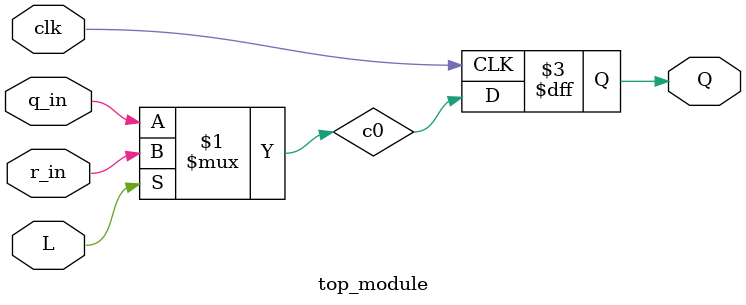
<source format=v>
module top_module (
	input clk,
	input L,
	input r_in,
	input q_in,
	output reg Q);
    
      wire c0;    
    assign c0 = (L)? r_in:q_in ; 
    always @(posedge clk) begin
        Q<=c0;        
    end
    
    

endmodule

</source>
